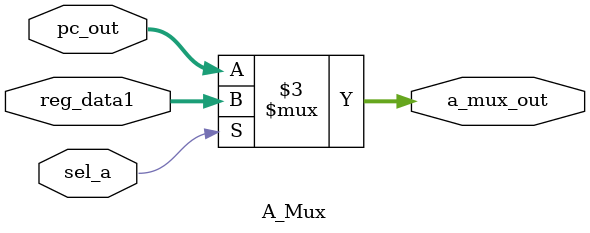
<source format=sv>
module A_Mux ( pc_out, reg_data1, sel_a, a_mux_out );
input logic [31:0] pc_out;
input logic [31:0] reg_data1;
input logic sel_a;
output logic [31:0] a_mux_out;
always_comb
begin
        if ( sel_a ) begin
        a_mux_out = reg_data1;
        end
        else begin
        a_mux_out = pc_out;
        end
end
endmodule
</source>
